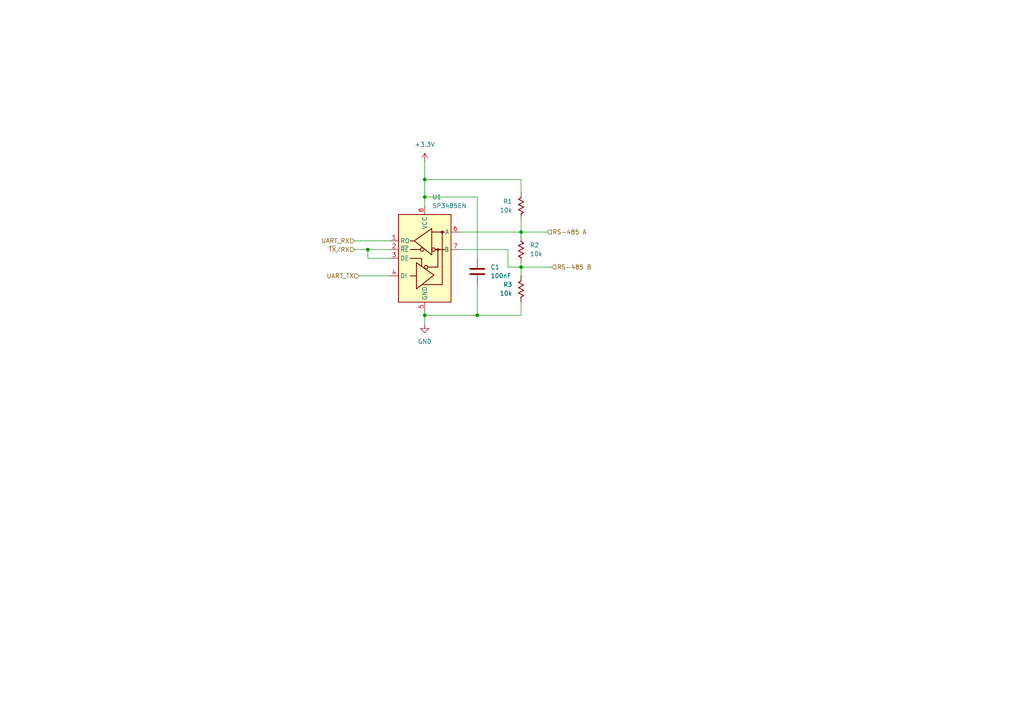
<source format=kicad_sch>
(kicad_sch
	(version 20250114)
	(generator "eeschema")
	(generator_version "9.0")
	(uuid "6ed69b33-84db-41be-ba8a-220e9c255c47")
	(paper "A4")
	(lib_symbols
		(symbol "Device:C"
			(pin_numbers
				(hide yes)
			)
			(pin_names
				(offset 0.254)
			)
			(exclude_from_sim no)
			(in_bom yes)
			(on_board yes)
			(property "Reference" "C"
				(at 0.635 2.54 0)
				(effects
					(font
						(size 1.27 1.27)
					)
					(justify left)
				)
			)
			(property "Value" "C"
				(at 0.635 -2.54 0)
				(effects
					(font
						(size 1.27 1.27)
					)
					(justify left)
				)
			)
			(property "Footprint" ""
				(at 0.9652 -3.81 0)
				(effects
					(font
						(size 1.27 1.27)
					)
					(hide yes)
				)
			)
			(property "Datasheet" "~"
				(at 0 0 0)
				(effects
					(font
						(size 1.27 1.27)
					)
					(hide yes)
				)
			)
			(property "Description" "Unpolarized capacitor"
				(at 0 0 0)
				(effects
					(font
						(size 1.27 1.27)
					)
					(hide yes)
				)
			)
			(property "ki_keywords" "cap capacitor"
				(at 0 0 0)
				(effects
					(font
						(size 1.27 1.27)
					)
					(hide yes)
				)
			)
			(property "ki_fp_filters" "C_*"
				(at 0 0 0)
				(effects
					(font
						(size 1.27 1.27)
					)
					(hide yes)
				)
			)
			(symbol "C_0_1"
				(polyline
					(pts
						(xy -2.032 0.762) (xy 2.032 0.762)
					)
					(stroke
						(width 0.508)
						(type default)
					)
					(fill
						(type none)
					)
				)
				(polyline
					(pts
						(xy -2.032 -0.762) (xy 2.032 -0.762)
					)
					(stroke
						(width 0.508)
						(type default)
					)
					(fill
						(type none)
					)
				)
			)
			(symbol "C_1_1"
				(pin passive line
					(at 0 3.81 270)
					(length 2.794)
					(name "~"
						(effects
							(font
								(size 1.27 1.27)
							)
						)
					)
					(number "1"
						(effects
							(font
								(size 1.27 1.27)
							)
						)
					)
				)
				(pin passive line
					(at 0 -3.81 90)
					(length 2.794)
					(name "~"
						(effects
							(font
								(size 1.27 1.27)
							)
						)
					)
					(number "2"
						(effects
							(font
								(size 1.27 1.27)
							)
						)
					)
				)
			)
			(embedded_fonts no)
		)
		(symbol "GP8211S-TC50:R_0603"
			(pin_numbers
				(hide yes)
			)
			(pin_names
				(offset 0)
			)
			(exclude_from_sim no)
			(in_bom yes)
			(on_board yes)
			(property "Reference" "R"
				(at 2.54 1.27 0)
				(effects
					(font
						(size 1.27 1.27)
					)
					(justify left)
				)
			)
			(property "Value" "R_0603"
				(at 2.54 -1.27 0)
				(effects
					(font
						(size 1.27 1.27)
					)
					(justify left)
				)
			)
			(property "Footprint" "PCM_Resistor_SMD_AKL:R_0603_1608Metric"
				(at 0 -11.43 0)
				(effects
					(font
						(size 1.27 1.27)
					)
					(hide yes)
				)
			)
			(property "Datasheet" "~"
				(at 0 0 0)
				(effects
					(font
						(size 1.27 1.27)
					)
					(hide yes)
				)
			)
			(property "Description" "SMD 0603 Chip Resistor, US Symbol, Alternate KiCad Library"
				(at 0 0 0)
				(effects
					(font
						(size 1.27 1.27)
					)
					(hide yes)
				)
			)
			(property "ki_keywords" "R res resistor us SMD 0603"
				(at 0 0 0)
				(effects
					(font
						(size 1.27 1.27)
					)
					(hide yes)
				)
			)
			(property "ki_fp_filters" "R_*"
				(at 0 0 0)
				(effects
					(font
						(size 1.27 1.27)
					)
					(hide yes)
				)
			)
			(symbol "R_0603_0_1"
				(polyline
					(pts
						(xy 0 2.286) (xy 0 2.54)
					)
					(stroke
						(width 0.254)
						(type default)
					)
					(fill
						(type none)
					)
				)
				(polyline
					(pts
						(xy 0 2.286) (xy 0.762 1.905) (xy -0.762 1.143) (xy 0 0.762) (xy 0.762 0.381) (xy 0 0) (xy -0.762 -0.381)
						(xy 0 -0.762) (xy 0.762 -1.143) (xy 0 -1.524) (xy -0.762 -1.905) (xy 0 -2.286)
					)
					(stroke
						(width 0.254)
						(type default)
					)
					(fill
						(type none)
					)
				)
				(polyline
					(pts
						(xy 0 -2.286) (xy 0 -2.54)
					)
					(stroke
						(width 0.254)
						(type default)
					)
					(fill
						(type none)
					)
				)
			)
			(symbol "R_0603_0_2"
				(polyline
					(pts
						(xy -2.54 -2.54) (xy -1.778 -1.778)
					)
					(stroke
						(width 0)
						(type default)
					)
					(fill
						(type none)
					)
				)
				(polyline
					(pts
						(xy -1.778 -1.778) (xy -1.524 -1.524)
					)
					(stroke
						(width 0.254)
						(type default)
					)
					(fill
						(type none)
					)
				)
				(polyline
					(pts
						(xy -1.524 -1.524) (xy -1.778 -0.762) (xy -1.016 -1.016)
					)
					(stroke
						(width 0.254)
						(type default)
					)
					(fill
						(type none)
					)
				)
				(polyline
					(pts
						(xy -0.508 -0.508) (xy -0.762 0.254) (xy 0 0)
					)
					(stroke
						(width 0.254)
						(type default)
					)
					(fill
						(type none)
					)
				)
				(polyline
					(pts
						(xy -0.508 -0.508) (xy -0.254 -1.27) (xy -1.016 -1.016)
					)
					(stroke
						(width 0.254)
						(type default)
					)
					(fill
						(type none)
					)
				)
				(polyline
					(pts
						(xy 0.508 0.508) (xy 0.254 1.27) (xy 1.016 1.016)
					)
					(stroke
						(width 0.254)
						(type default)
					)
					(fill
						(type none)
					)
				)
				(polyline
					(pts
						(xy 0.508 0.508) (xy 0.762 -0.254) (xy 0 0)
					)
					(stroke
						(width 0.254)
						(type default)
					)
					(fill
						(type none)
					)
				)
				(polyline
					(pts
						(xy 1.524 1.524) (xy 1.778 0.762) (xy 1.016 1.016)
					)
					(stroke
						(width 0.254)
						(type default)
					)
					(fill
						(type none)
					)
				)
				(polyline
					(pts
						(xy 1.778 1.778) (xy 1.524 1.524)
					)
					(stroke
						(width 0.254)
						(type default)
					)
					(fill
						(type none)
					)
				)
				(polyline
					(pts
						(xy 1.778 1.778) (xy 2.54 2.54)
					)
					(stroke
						(width 0)
						(type default)
					)
					(fill
						(type none)
					)
				)
			)
			(symbol "R_0603_1_1"
				(pin passive line
					(at 0 3.81 270)
					(length 1.27)
					(name "~"
						(effects
							(font
								(size 1.27 1.27)
							)
						)
					)
					(number "1"
						(effects
							(font
								(size 1.27 1.27)
							)
						)
					)
				)
				(pin passive line
					(at 0 -3.81 90)
					(length 1.27)
					(name "~"
						(effects
							(font
								(size 1.27 1.27)
							)
						)
					)
					(number "2"
						(effects
							(font
								(size 1.27 1.27)
							)
						)
					)
				)
			)
			(symbol "R_0603_1_2"
				(pin passive line
					(at -2.54 -2.54 0)
					(length 0)
					(name ""
						(effects
							(font
								(size 1.27 1.27)
							)
						)
					)
					(number "2"
						(effects
							(font
								(size 1.27 1.27)
							)
						)
					)
				)
				(pin passive line
					(at 2.54 2.54 180)
					(length 0)
					(name ""
						(effects
							(font
								(size 1.27 1.27)
							)
						)
					)
					(number "1"
						(effects
							(font
								(size 1.27 1.27)
							)
						)
					)
				)
			)
			(embedded_fonts no)
		)
		(symbol "Interface_UART:SP3485EN"
			(exclude_from_sim no)
			(in_bom yes)
			(on_board yes)
			(property "Reference" "U"
				(at -7.62 13.97 0)
				(effects
					(font
						(size 1.27 1.27)
					)
					(justify left)
				)
			)
			(property "Value" "SP3485EN"
				(at 1.905 13.97 0)
				(effects
					(font
						(size 1.27 1.27)
					)
					(justify left)
				)
			)
			(property "Footprint" "Package_SO:SOIC-8_3.9x4.9mm_P1.27mm"
				(at 26.67 -8.89 0)
				(effects
					(font
						(size 1.27 1.27)
						(italic yes)
					)
					(hide yes)
				)
			)
			(property "Datasheet" "http://www.icbase.com/pdf/SPX/SPX00480106.pdf"
				(at 0 0 0)
				(effects
					(font
						(size 1.27 1.27)
					)
					(hide yes)
				)
			)
			(property "Description" "Industrial 3.3V Low Power Half-Duplex RS-485 Transceiver 10Mbps, SOIC-8"
				(at 0 0 0)
				(effects
					(font
						(size 1.27 1.27)
					)
					(hide yes)
				)
			)
			(property "ki_keywords" "Low Power Half-Duplex RS-485 Transceiver 10Mbps"
				(at 0 0 0)
				(effects
					(font
						(size 1.27 1.27)
					)
					(hide yes)
				)
			)
			(property "ki_fp_filters" "SOIC*3.9x4.9mm*P1.27mm*"
				(at 0 0 0)
				(effects
					(font
						(size 1.27 1.27)
					)
					(hide yes)
				)
			)
			(symbol "SP3485EN_0_1"
				(rectangle
					(start -7.62 12.7)
					(end 7.62 -12.7)
					(stroke
						(width 0.254)
						(type default)
					)
					(fill
						(type background)
					)
				)
				(polyline
					(pts
						(xy -4.191 2.54) (xy -1.27 2.54)
					)
					(stroke
						(width 0.254)
						(type default)
					)
					(fill
						(type none)
					)
				)
				(polyline
					(pts
						(xy -4.191 0) (xy -0.889 0) (xy -0.889 -2.286)
					)
					(stroke
						(width 0.254)
						(type default)
					)
					(fill
						(type none)
					)
				)
				(polyline
					(pts
						(xy -3.175 5.08) (xy -4.191 5.08) (xy -4.064 5.08)
					)
					(stroke
						(width 0.254)
						(type default)
					)
					(fill
						(type none)
					)
				)
				(polyline
					(pts
						(xy -2.54 -5.08) (xy -4.191 -5.08)
					)
					(stroke
						(width 0.254)
						(type default)
					)
					(fill
						(type none)
					)
				)
				(polyline
					(pts
						(xy -2.413 -5.08) (xy -2.413 -1.27) (xy 2.667 -4.826) (xy -2.413 -8.89) (xy -2.413 -5.08)
					)
					(stroke
						(width 0.254)
						(type default)
					)
					(fill
						(type none)
					)
				)
				(polyline
					(pts
						(xy -0.635 -7.62) (xy 5.08 -7.62)
					)
					(stroke
						(width 0.254)
						(type default)
					)
					(fill
						(type none)
					)
				)
				(circle
					(center 0.381 -2.54)
					(radius 0.508)
					(stroke
						(width 0.254)
						(type default)
					)
					(fill
						(type none)
					)
				)
				(polyline
					(pts
						(xy 0.889 -2.54) (xy 3.81 -2.54)
					)
					(stroke
						(width 0.254)
						(type default)
					)
					(fill
						(type none)
					)
				)
				(polyline
					(pts
						(xy 2.032 7.62) (xy 5.715 7.62)
					)
					(stroke
						(width 0.254)
						(type default)
					)
					(fill
						(type none)
					)
				)
				(polyline
					(pts
						(xy 3.048 2.54) (xy 5.715 2.54)
					)
					(stroke
						(width 0.254)
						(type default)
					)
					(fill
						(type none)
					)
				)
				(circle
					(center 3.81 2.54)
					(radius 0.2794)
					(stroke
						(width 0.254)
						(type default)
					)
					(fill
						(type outline)
					)
				)
				(polyline
					(pts
						(xy 3.81 -2.54) (xy 3.81 2.54)
					)
					(stroke
						(width 0.254)
						(type default)
					)
					(fill
						(type none)
					)
				)
				(polyline
					(pts
						(xy 5.08 -7.62) (xy 5.08 7.62)
					)
					(stroke
						(width 0.254)
						(type default)
					)
					(fill
						(type none)
					)
				)
			)
			(symbol "SP3485EN_1_1"
				(circle
					(center -0.762 2.54)
					(radius 0.508)
					(stroke
						(width 0.254)
						(type default)
					)
					(fill
						(type none)
					)
				)
				(polyline
					(pts
						(xy 2.032 4.826) (xy 2.032 8.636) (xy -3.048 5.08) (xy 2.032 1.016) (xy 2.032 4.826)
					)
					(stroke
						(width 0.254)
						(type default)
					)
					(fill
						(type none)
					)
				)
				(circle
					(center 2.54 2.54)
					(radius 0.508)
					(stroke
						(width 0.254)
						(type default)
					)
					(fill
						(type none)
					)
				)
				(circle
					(center 5.08 7.62)
					(radius 0.2794)
					(stroke
						(width 0.254)
						(type default)
					)
					(fill
						(type outline)
					)
				)
				(pin output line
					(at -10.16 5.08 0)
					(length 2.54)
					(name "RO"
						(effects
							(font
								(size 1.27 1.27)
							)
						)
					)
					(number "1"
						(effects
							(font
								(size 1.27 1.27)
							)
						)
					)
				)
				(pin input line
					(at -10.16 2.54 0)
					(length 2.54)
					(name "~{RE}"
						(effects
							(font
								(size 1.27 1.27)
							)
						)
					)
					(number "2"
						(effects
							(font
								(size 1.27 1.27)
							)
						)
					)
				)
				(pin input line
					(at -10.16 0 0)
					(length 2.54)
					(name "DE"
						(effects
							(font
								(size 1.27 1.27)
							)
						)
					)
					(number "3"
						(effects
							(font
								(size 1.27 1.27)
							)
						)
					)
				)
				(pin input line
					(at -10.16 -5.08 0)
					(length 2.54)
					(name "DI"
						(effects
							(font
								(size 1.27 1.27)
							)
						)
					)
					(number "4"
						(effects
							(font
								(size 1.27 1.27)
							)
						)
					)
				)
				(pin power_in line
					(at 0 15.24 270)
					(length 2.54)
					(name "VCC"
						(effects
							(font
								(size 1.27 1.27)
							)
						)
					)
					(number "8"
						(effects
							(font
								(size 1.27 1.27)
							)
						)
					)
				)
				(pin power_in line
					(at 0 -15.24 90)
					(length 2.54)
					(name "GND"
						(effects
							(font
								(size 1.27 1.27)
							)
						)
					)
					(number "5"
						(effects
							(font
								(size 1.27 1.27)
							)
						)
					)
				)
				(pin bidirectional line
					(at 10.16 7.62 180)
					(length 2.54)
					(name "A"
						(effects
							(font
								(size 1.27 1.27)
							)
						)
					)
					(number "6"
						(effects
							(font
								(size 1.27 1.27)
							)
						)
					)
				)
				(pin bidirectional line
					(at 10.16 2.54 180)
					(length 2.54)
					(name "B"
						(effects
							(font
								(size 1.27 1.27)
							)
						)
					)
					(number "7"
						(effects
							(font
								(size 1.27 1.27)
							)
						)
					)
				)
			)
			(embedded_fonts no)
		)
		(symbol "power:+3.3V"
			(power)
			(pin_numbers
				(hide yes)
			)
			(pin_names
				(offset 0)
				(hide yes)
			)
			(exclude_from_sim no)
			(in_bom yes)
			(on_board yes)
			(property "Reference" "#PWR"
				(at 0 -3.81 0)
				(effects
					(font
						(size 1.27 1.27)
					)
					(hide yes)
				)
			)
			(property "Value" "+3.3V"
				(at 0 3.556 0)
				(effects
					(font
						(size 1.27 1.27)
					)
				)
			)
			(property "Footprint" ""
				(at 0 0 0)
				(effects
					(font
						(size 1.27 1.27)
					)
					(hide yes)
				)
			)
			(property "Datasheet" ""
				(at 0 0 0)
				(effects
					(font
						(size 1.27 1.27)
					)
					(hide yes)
				)
			)
			(property "Description" "Power symbol creates a global label with name \"+3.3V\""
				(at 0 0 0)
				(effects
					(font
						(size 1.27 1.27)
					)
					(hide yes)
				)
			)
			(property "ki_keywords" "global power"
				(at 0 0 0)
				(effects
					(font
						(size 1.27 1.27)
					)
					(hide yes)
				)
			)
			(symbol "+3.3V_0_1"
				(polyline
					(pts
						(xy -0.762 1.27) (xy 0 2.54)
					)
					(stroke
						(width 0)
						(type default)
					)
					(fill
						(type none)
					)
				)
				(polyline
					(pts
						(xy 0 2.54) (xy 0.762 1.27)
					)
					(stroke
						(width 0)
						(type default)
					)
					(fill
						(type none)
					)
				)
				(polyline
					(pts
						(xy 0 0) (xy 0 2.54)
					)
					(stroke
						(width 0)
						(type default)
					)
					(fill
						(type none)
					)
				)
			)
			(symbol "+3.3V_1_1"
				(pin power_in line
					(at 0 0 90)
					(length 0)
					(name "~"
						(effects
							(font
								(size 1.27 1.27)
							)
						)
					)
					(number "1"
						(effects
							(font
								(size 1.27 1.27)
							)
						)
					)
				)
			)
			(embedded_fonts no)
		)
		(symbol "power:GND"
			(power)
			(pin_numbers
				(hide yes)
			)
			(pin_names
				(offset 0)
				(hide yes)
			)
			(exclude_from_sim no)
			(in_bom yes)
			(on_board yes)
			(property "Reference" "#PWR"
				(at 0 -6.35 0)
				(effects
					(font
						(size 1.27 1.27)
					)
					(hide yes)
				)
			)
			(property "Value" "GND"
				(at 0 -3.81 0)
				(effects
					(font
						(size 1.27 1.27)
					)
				)
			)
			(property "Footprint" ""
				(at 0 0 0)
				(effects
					(font
						(size 1.27 1.27)
					)
					(hide yes)
				)
			)
			(property "Datasheet" ""
				(at 0 0 0)
				(effects
					(font
						(size 1.27 1.27)
					)
					(hide yes)
				)
			)
			(property "Description" "Power symbol creates a global label with name \"GND\" , ground"
				(at 0 0 0)
				(effects
					(font
						(size 1.27 1.27)
					)
					(hide yes)
				)
			)
			(property "ki_keywords" "global power"
				(at 0 0 0)
				(effects
					(font
						(size 1.27 1.27)
					)
					(hide yes)
				)
			)
			(symbol "GND_0_1"
				(polyline
					(pts
						(xy 0 0) (xy 0 -1.27) (xy 1.27 -1.27) (xy 0 -2.54) (xy -1.27 -1.27) (xy 0 -1.27)
					)
					(stroke
						(width 0)
						(type default)
					)
					(fill
						(type none)
					)
				)
			)
			(symbol "GND_1_1"
				(pin power_in line
					(at 0 0 270)
					(length 0)
					(name "~"
						(effects
							(font
								(size 1.27 1.27)
							)
						)
					)
					(number "1"
						(effects
							(font
								(size 1.27 1.27)
							)
						)
					)
				)
			)
			(embedded_fonts no)
		)
	)
	(junction
		(at 123.19 52.07)
		(diameter 0)
		(color 0 0 0 0)
		(uuid "028b63e3-78db-4988-bd3e-0c1ebb6444ba")
	)
	(junction
		(at 151.13 77.47)
		(diameter 0)
		(color 0 0 0 0)
		(uuid "0b4839f6-32ab-4229-88cf-4e1b85cd652c")
	)
	(junction
		(at 138.43 91.44)
		(diameter 0)
		(color 0 0 0 0)
		(uuid "2887469a-d28a-4dc8-8df5-9a3fca1ac1d5")
	)
	(junction
		(at 151.13 67.31)
		(diameter 0)
		(color 0 0 0 0)
		(uuid "29efd063-cb39-4eab-af23-46a43dde0c6a")
	)
	(junction
		(at 123.19 57.15)
		(diameter 0)
		(color 0 0 0 0)
		(uuid "6c88863c-b94d-4931-a6ed-3c6b13c23027")
	)
	(junction
		(at 106.68 72.39)
		(diameter 0)
		(color 0 0 0 0)
		(uuid "bceb1bf2-6a44-4303-9abf-02411d608027")
	)
	(junction
		(at 123.19 91.44)
		(diameter 0)
		(color 0 0 0 0)
		(uuid "bfaa9fe5-1a1a-4f0f-b2e6-a7705f1fba1c")
	)
	(wire
		(pts
			(xy 138.43 82.55) (xy 138.43 91.44)
		)
		(stroke
			(width 0)
			(type default)
		)
		(uuid "026eda3a-bf80-4fba-837a-a6bf67cc77c4")
	)
	(wire
		(pts
			(xy 123.19 90.17) (xy 123.19 91.44)
		)
		(stroke
			(width 0)
			(type default)
		)
		(uuid "0435fff1-a51c-4f02-8081-2739b8e0e1a0")
	)
	(wire
		(pts
			(xy 123.19 46.99) (xy 123.19 52.07)
		)
		(stroke
			(width 0)
			(type default)
		)
		(uuid "1d25ee8f-ef3d-499a-b291-452a938c1fac")
	)
	(wire
		(pts
			(xy 151.13 67.31) (xy 151.13 68.58)
		)
		(stroke
			(width 0)
			(type default)
		)
		(uuid "1ef7d80a-a387-45ed-8d87-dd5bae4c4855")
	)
	(wire
		(pts
			(xy 133.35 67.31) (xy 151.13 67.31)
		)
		(stroke
			(width 0)
			(type default)
		)
		(uuid "20031d8c-ceca-4639-b409-46cb57a72608")
	)
	(wire
		(pts
			(xy 147.32 72.39) (xy 147.32 77.47)
		)
		(stroke
			(width 0)
			(type default)
		)
		(uuid "20906583-968e-4a78-8f09-be0faaff13b6")
	)
	(wire
		(pts
			(xy 106.68 72.39) (xy 113.03 72.39)
		)
		(stroke
			(width 0)
			(type default)
		)
		(uuid "2581bca2-10c5-4d37-8e0d-7247bc1b838c")
	)
	(wire
		(pts
			(xy 133.35 72.39) (xy 147.32 72.39)
		)
		(stroke
			(width 0)
			(type default)
		)
		(uuid "29145322-83cf-475f-a603-d98fa08511e2")
	)
	(wire
		(pts
			(xy 138.43 91.44) (xy 123.19 91.44)
		)
		(stroke
			(width 0)
			(type default)
		)
		(uuid "408de9b8-b58a-4d6a-8c5b-0cbc33027a16")
	)
	(wire
		(pts
			(xy 113.03 74.93) (xy 106.68 74.93)
		)
		(stroke
			(width 0)
			(type default)
		)
		(uuid "409ad8c4-1560-43c4-9ddf-e2a76e8f4ea4")
	)
	(wire
		(pts
			(xy 104.14 80.01) (xy 113.03 80.01)
		)
		(stroke
			(width 0)
			(type default)
		)
		(uuid "4ed8efdb-683b-45c3-aff2-8ba2aadba6df")
	)
	(wire
		(pts
			(xy 123.19 52.07) (xy 123.19 57.15)
		)
		(stroke
			(width 0)
			(type default)
		)
		(uuid "5b36cf33-edd9-4080-a8f2-cedcace07ba0")
	)
	(wire
		(pts
			(xy 102.87 72.39) (xy 106.68 72.39)
		)
		(stroke
			(width 0)
			(type default)
		)
		(uuid "79e64dd3-f7e6-4ae8-a3fc-c7d17c8d8257")
	)
	(wire
		(pts
			(xy 151.13 91.44) (xy 138.43 91.44)
		)
		(stroke
			(width 0)
			(type default)
		)
		(uuid "8f3730ba-6536-4197-9fca-c7bd6f61d8d9")
	)
	(wire
		(pts
			(xy 151.13 52.07) (xy 123.19 52.07)
		)
		(stroke
			(width 0)
			(type default)
		)
		(uuid "929392e7-2c2a-4c1e-a8c4-afc28159ceb6")
	)
	(wire
		(pts
			(xy 102.87 69.85) (xy 113.03 69.85)
		)
		(stroke
			(width 0)
			(type default)
		)
		(uuid "93c439a9-6189-4774-936c-cffeee8732ee")
	)
	(wire
		(pts
			(xy 106.68 74.93) (xy 106.68 72.39)
		)
		(stroke
			(width 0)
			(type default)
		)
		(uuid "9e0e8872-9281-412b-b64e-0d24703b96b9")
	)
	(wire
		(pts
			(xy 151.13 87.63) (xy 151.13 91.44)
		)
		(stroke
			(width 0)
			(type default)
		)
		(uuid "b08c2331-5838-4de8-be24-83620d279d26")
	)
	(wire
		(pts
			(xy 138.43 74.93) (xy 138.43 57.15)
		)
		(stroke
			(width 0)
			(type default)
		)
		(uuid "b140da39-d17b-4eae-85ab-687b5a6b5e0b")
	)
	(wire
		(pts
			(xy 123.19 91.44) (xy 123.19 93.98)
		)
		(stroke
			(width 0)
			(type default)
		)
		(uuid "be018797-a5e9-48fa-9091-732c105e0025")
	)
	(wire
		(pts
			(xy 147.32 77.47) (xy 151.13 77.47)
		)
		(stroke
			(width 0)
			(type default)
		)
		(uuid "c117a516-161e-4209-aca5-10232845120e")
	)
	(wire
		(pts
			(xy 151.13 77.47) (xy 160.02 77.47)
		)
		(stroke
			(width 0)
			(type default)
		)
		(uuid "c1d61ec2-354e-455a-b517-2ce5bfcbbbb7")
	)
	(wire
		(pts
			(xy 151.13 76.2) (xy 151.13 77.47)
		)
		(stroke
			(width 0)
			(type default)
		)
		(uuid "c2ae1997-9906-430c-a983-64702cc56bd8")
	)
	(wire
		(pts
			(xy 151.13 63.5) (xy 151.13 67.31)
		)
		(stroke
			(width 0)
			(type default)
		)
		(uuid "c75aa8f8-c879-4f26-9629-2828d509eeca")
	)
	(wire
		(pts
			(xy 151.13 52.07) (xy 151.13 55.88)
		)
		(stroke
			(width 0)
			(type default)
		)
		(uuid "d91f74fb-4e2f-4647-8cbc-8e70f94369ab")
	)
	(wire
		(pts
			(xy 123.19 57.15) (xy 123.19 59.69)
		)
		(stroke
			(width 0)
			(type default)
		)
		(uuid "de73b6b0-06e5-4723-94e9-2917a1c93a9b")
	)
	(wire
		(pts
			(xy 151.13 77.47) (xy 151.13 80.01)
		)
		(stroke
			(width 0)
			(type default)
		)
		(uuid "e1fb0b62-1cde-47b4-a1c3-84c750bab272")
	)
	(wire
		(pts
			(xy 123.19 57.15) (xy 138.43 57.15)
		)
		(stroke
			(width 0)
			(type default)
		)
		(uuid "ea209a6e-7a7d-47c2-87e4-93384d3078c8")
	)
	(wire
		(pts
			(xy 151.13 67.31) (xy 158.75 67.31)
		)
		(stroke
			(width 0)
			(type default)
		)
		(uuid "fe61e088-a189-4f21-b168-e05a2a69e4ac")
	)
	(hierarchical_label "~{TX}{slash}RX"
		(shape input)
		(at 102.87 72.39 180)
		(effects
			(font
				(size 1.27 1.27)
			)
			(justify right)
		)
		(uuid "1d29602d-c77c-406e-9b2b-00d565a85fd4")
	)
	(hierarchical_label "RS-485 B"
		(shape input)
		(at 160.02 77.47 0)
		(effects
			(font
				(size 1.27 1.27)
			)
			(justify left)
		)
		(uuid "34123a16-3c06-4533-80c1-b54ab2077bed")
	)
	(hierarchical_label "UART_RX"
		(shape input)
		(at 102.87 69.85 180)
		(effects
			(font
				(size 1.27 1.27)
			)
			(justify right)
		)
		(uuid "7167c07b-ec88-4221-82e7-cae215f24dc4")
	)
	(hierarchical_label "RS-485 A"
		(shape input)
		(at 158.75 67.31 0)
		(effects
			(font
				(size 1.27 1.27)
			)
			(justify left)
		)
		(uuid "84813656-4665-404f-8b11-259660571f42")
	)
	(hierarchical_label "UART_TX"
		(shape input)
		(at 104.14 80.01 180)
		(effects
			(font
				(size 1.27 1.27)
			)
			(justify right)
		)
		(uuid "a6c3fd8e-dbba-4016-b04a-e3185861e484")
	)
	(symbol
		(lib_id "power:GND")
		(at 123.19 93.98 0)
		(unit 1)
		(exclude_from_sim no)
		(in_bom yes)
		(on_board yes)
		(dnp no)
		(fields_autoplaced yes)
		(uuid "009a3eff-2c70-4837-8cc0-bca30b91250b")
		(property "Reference" "#PWR06"
			(at 123.19 100.33 0)
			(effects
				(font
					(size 1.27 1.27)
				)
				(hide yes)
			)
		)
		(property "Value" "GND"
			(at 123.19 99.06 0)
			(effects
				(font
					(size 1.27 1.27)
				)
			)
		)
		(property "Footprint" ""
			(at 123.19 93.98 0)
			(effects
				(font
					(size 1.27 1.27)
				)
				(hide yes)
			)
		)
		(property "Datasheet" ""
			(at 123.19 93.98 0)
			(effects
				(font
					(size 1.27 1.27)
				)
				(hide yes)
			)
		)
		(property "Description" "Power symbol creates a global label with name \"GND\" , ground"
			(at 123.19 93.98 0)
			(effects
				(font
					(size 1.27 1.27)
				)
				(hide yes)
			)
		)
		(pin "1"
			(uuid "3d00b46d-c5ac-43ce-a141-8ef26041009e")
		)
		(instances
			(project "Diseños de circuitos"
				(path "/20dd9fa8-33e5-4e01-8b4a-8cb5828152c9/ef44eee8-cd41-4527-92e2-6c408c0d0d91/e98ee65e-ee05-4d3d-8906-03b9f7fcdaaf"
					(reference "#PWR06")
					(unit 1)
				)
			)
			(project "Diseños de circuitos"
				(path "/65c875c0-73bd-43df-b6cd-4a685398cace/3b453a73-5bb7-4645-a7e8-6e186968fa05/d7c138f5-2714-4755-97f8-6c3994f45581"
					(reference "#PWR057")
					(unit 1)
				)
			)
		)
	)
	(symbol
		(lib_id "GP8211S-TC50:R_0603")
		(at 151.13 83.82 0)
		(mirror x)
		(unit 1)
		(exclude_from_sim no)
		(in_bom yes)
		(on_board yes)
		(dnp no)
		(uuid "0413f684-3aef-45c5-a7cf-58c385d4d4c6")
		(property "Reference" "R3"
			(at 148.59 82.5499 0)
			(effects
				(font
					(size 1.27 1.27)
				)
				(justify right)
			)
		)
		(property "Value" "10k"
			(at 148.59 85.0899 0)
			(effects
				(font
					(size 1.27 1.27)
				)
				(justify right)
			)
		)
		(property "Footprint" "PCM_Resistor_SMD_AKL:R_0603_1608Metric"
			(at 151.13 72.39 0)
			(effects
				(font
					(size 1.27 1.27)
				)
				(hide yes)
			)
		)
		(property "Datasheet" "~"
			(at 151.13 83.82 0)
			(effects
				(font
					(size 1.27 1.27)
				)
				(hide yes)
			)
		)
		(property "Description" "SMD 0603 Chip Resistor, US Symbol, Alternate KiCad Library"
			(at 151.13 83.82 0)
			(effects
				(font
					(size 1.27 1.27)
				)
				(hide yes)
			)
		)
		(property "LCSC" ""
			(at 151.13 83.82 0)
			(effects
				(font
					(size 1.27 1.27)
				)
				(hide yes)
			)
		)
		(pin "1"
			(uuid "892afbe0-cccc-4031-84b0-a38f05046e2c")
		)
		(pin "2"
			(uuid "2be3fa9f-b584-4e8a-84ce-c4b0cd931f8f")
		)
		(instances
			(project "PLC4UNIPCB"
				(path "/20dd9fa8-33e5-4e01-8b4a-8cb5828152c9/ef44eee8-cd41-4527-92e2-6c408c0d0d91/e98ee65e-ee05-4d3d-8906-03b9f7fcdaaf"
					(reference "R3")
					(unit 1)
				)
			)
		)
	)
	(symbol
		(lib_id "power:+3.3V")
		(at 123.19 46.99 0)
		(unit 1)
		(exclude_from_sim no)
		(in_bom yes)
		(on_board yes)
		(dnp no)
		(fields_autoplaced yes)
		(uuid "25dc1b40-7831-4acf-bbb8-ca9af70e1ba6")
		(property "Reference" "#PWR05"
			(at 123.19 50.8 0)
			(effects
				(font
					(size 1.27 1.27)
				)
				(hide yes)
			)
		)
		(property "Value" "+3.3V"
			(at 123.19 41.91 0)
			(effects
				(font
					(size 1.27 1.27)
				)
			)
		)
		(property "Footprint" ""
			(at 123.19 46.99 0)
			(effects
				(font
					(size 1.27 1.27)
				)
				(hide yes)
			)
		)
		(property "Datasheet" ""
			(at 123.19 46.99 0)
			(effects
				(font
					(size 1.27 1.27)
				)
				(hide yes)
			)
		)
		(property "Description" "Power symbol creates a global label with name \"+3.3V\""
			(at 123.19 46.99 0)
			(effects
				(font
					(size 1.27 1.27)
				)
				(hide yes)
			)
		)
		(pin "1"
			(uuid "79bd2151-1b19-434d-814c-1ecb2f385f04")
		)
		(instances
			(project ""
				(path "/20dd9fa8-33e5-4e01-8b4a-8cb5828152c9/ef44eee8-cd41-4527-92e2-6c408c0d0d91/e98ee65e-ee05-4d3d-8906-03b9f7fcdaaf"
					(reference "#PWR05")
					(unit 1)
				)
			)
		)
	)
	(symbol
		(lib_id "GP8211S-TC50:R_0603")
		(at 151.13 72.39 180)
		(unit 1)
		(exclude_from_sim no)
		(in_bom yes)
		(on_board yes)
		(dnp no)
		(uuid "2faa9773-2269-4efa-84b9-602afde38561")
		(property "Reference" "R2"
			(at 153.67 71.1199 0)
			(effects
				(font
					(size 1.27 1.27)
				)
				(justify right)
			)
		)
		(property "Value" "10k"
			(at 153.67 73.6599 0)
			(effects
				(font
					(size 1.27 1.27)
				)
				(justify right)
			)
		)
		(property "Footprint" "PCM_Resistor_SMD_AKL:R_0603_1608Metric"
			(at 151.13 60.96 0)
			(effects
				(font
					(size 1.27 1.27)
				)
				(hide yes)
			)
		)
		(property "Datasheet" "~"
			(at 151.13 72.39 0)
			(effects
				(font
					(size 1.27 1.27)
				)
				(hide yes)
			)
		)
		(property "Description" "SMD 0603 Chip Resistor, US Symbol, Alternate KiCad Library"
			(at 151.13 72.39 0)
			(effects
				(font
					(size 1.27 1.27)
				)
				(hide yes)
			)
		)
		(property "LCSC" ""
			(at 151.13 72.39 0)
			(effects
				(font
					(size 1.27 1.27)
				)
				(hide yes)
			)
		)
		(pin "1"
			(uuid "69512e45-1747-4e10-86b2-a4fd349bcd52")
		)
		(pin "2"
			(uuid "30405bae-7bdb-43bc-ab56-b2c815514e8c")
		)
		(instances
			(project "PLC4UNIPCB"
				(path "/20dd9fa8-33e5-4e01-8b4a-8cb5828152c9/ef44eee8-cd41-4527-92e2-6c408c0d0d91/e98ee65e-ee05-4d3d-8906-03b9f7fcdaaf"
					(reference "R2")
					(unit 1)
				)
			)
		)
	)
	(symbol
		(lib_id "GP8211S-TC50:R_0603")
		(at 151.13 59.69 0)
		(mirror x)
		(unit 1)
		(exclude_from_sim no)
		(in_bom yes)
		(on_board yes)
		(dnp no)
		(uuid "664c599f-1924-4e56-81a8-ba8309e7dc70")
		(property "Reference" "R1"
			(at 148.59 58.4199 0)
			(effects
				(font
					(size 1.27 1.27)
				)
				(justify right)
			)
		)
		(property "Value" "10k"
			(at 148.59 60.9599 0)
			(effects
				(font
					(size 1.27 1.27)
				)
				(justify right)
			)
		)
		(property "Footprint" "PCM_Resistor_SMD_AKL:R_0603_1608Metric"
			(at 151.13 48.26 0)
			(effects
				(font
					(size 1.27 1.27)
				)
				(hide yes)
			)
		)
		(property "Datasheet" "~"
			(at 151.13 59.69 0)
			(effects
				(font
					(size 1.27 1.27)
				)
				(hide yes)
			)
		)
		(property "Description" "SMD 0603 Chip Resistor, US Symbol, Alternate KiCad Library"
			(at 151.13 59.69 0)
			(effects
				(font
					(size 1.27 1.27)
				)
				(hide yes)
			)
		)
		(property "LCSC" ""
			(at 151.13 59.69 0)
			(effects
				(font
					(size 1.27 1.27)
				)
				(hide yes)
			)
		)
		(pin "1"
			(uuid "c26de540-b515-4d68-9aca-2e00e4657031")
		)
		(pin "2"
			(uuid "e76d504e-00af-4883-8e20-031edfc31100")
		)
		(instances
			(project "PLC4UNIPCB"
				(path "/20dd9fa8-33e5-4e01-8b4a-8cb5828152c9/ef44eee8-cd41-4527-92e2-6c408c0d0d91/e98ee65e-ee05-4d3d-8906-03b9f7fcdaaf"
					(reference "R1")
					(unit 1)
				)
			)
		)
	)
	(symbol
		(lib_id "Device:C")
		(at 138.43 78.74 0)
		(unit 1)
		(exclude_from_sim no)
		(in_bom yes)
		(on_board yes)
		(dnp no)
		(fields_autoplaced yes)
		(uuid "9f8404cc-9344-4683-8493-36a9e94ca773")
		(property "Reference" "C1"
			(at 142.24 77.4699 0)
			(effects
				(font
					(size 1.27 1.27)
				)
				(justify left)
			)
		)
		(property "Value" "100nF"
			(at 142.24 80.0099 0)
			(effects
				(font
					(size 1.27 1.27)
				)
				(justify left)
			)
		)
		(property "Footprint" "Capacitor_SMD:C_0201_0603Metric"
			(at 139.3952 82.55 0)
			(effects
				(font
					(size 1.27 1.27)
				)
				(hide yes)
			)
		)
		(property "Datasheet" "~"
			(at 138.43 78.74 0)
			(effects
				(font
					(size 1.27 1.27)
				)
				(hide yes)
			)
		)
		(property "Description" "Unpolarized capacitor"
			(at 138.43 78.74 0)
			(effects
				(font
					(size 1.27 1.27)
				)
				(hide yes)
			)
		)
		(pin "2"
			(uuid "605cdd21-bf66-4163-9b6d-338ee2f1c746")
		)
		(pin "1"
			(uuid "bde65d4b-55d4-47c6-9b46-eeaac52c2425")
		)
		(instances
			(project "Diseños de circuitos"
				(path "/20dd9fa8-33e5-4e01-8b4a-8cb5828152c9/ef44eee8-cd41-4527-92e2-6c408c0d0d91/e98ee65e-ee05-4d3d-8906-03b9f7fcdaaf"
					(reference "C1")
					(unit 1)
				)
			)
			(project "Diseños de circuitos"
				(path "/65c875c0-73bd-43df-b6cd-4a685398cace/3b453a73-5bb7-4645-a7e8-6e186968fa05/d7c138f5-2714-4755-97f8-6c3994f45581"
					(reference "C8")
					(unit 1)
				)
			)
		)
	)
	(symbol
		(lib_id "Interface_UART:SP3485EN")
		(at 123.19 74.93 0)
		(unit 1)
		(exclude_from_sim no)
		(in_bom yes)
		(on_board yes)
		(dnp no)
		(fields_autoplaced yes)
		(uuid "f158250e-3051-4b3c-92df-9d4bc9b2dde4")
		(property "Reference" "U1"
			(at 125.3333 57.15 0)
			(effects
				(font
					(size 1.27 1.27)
				)
				(justify left)
			)
		)
		(property "Value" "SP3485EN"
			(at 125.3333 59.69 0)
			(effects
				(font
					(size 1.27 1.27)
				)
				(justify left)
			)
		)
		(property "Footprint" "Package_SO:SOIC-8_3.9x4.9mm_P1.27mm"
			(at 149.86 83.82 0)
			(effects
				(font
					(size 1.27 1.27)
					(italic yes)
				)
				(hide yes)
			)
		)
		(property "Datasheet" "http://www.icbase.com/pdf/SPX/SPX00480106.pdf"
			(at 123.19 74.93 0)
			(effects
				(font
					(size 1.27 1.27)
				)
				(hide yes)
			)
		)
		(property "Description" "Industrial 3.3V Low Power Half-Duplex RS-485 Transceiver 10Mbps, SOIC-8"
			(at 123.19 74.93 0)
			(effects
				(font
					(size 1.27 1.27)
				)
				(hide yes)
			)
		)
		(pin "3"
			(uuid "6035a21a-4b9f-49f9-a62e-85ea1d4d5f03")
		)
		(pin "4"
			(uuid "8ec03d0b-cb40-4630-bcc1-21d05cd7b978")
		)
		(pin "7"
			(uuid "4b4c363c-09f7-40a2-a43d-77a7f0f6f46c")
		)
		(pin "2"
			(uuid "95d3d2ee-e0e1-4b06-94c8-14f08e5d1c25")
		)
		(pin "5"
			(uuid "3954ce94-af6f-4f08-a97e-0ddda95ca59b")
		)
		(pin "8"
			(uuid "9b28b274-9c62-4ec3-989e-ac7cafc02ed1")
		)
		(pin "6"
			(uuid "1bdbc402-723e-43f4-a241-3454a8cab4c4")
		)
		(pin "1"
			(uuid "e1864084-4085-4788-8f6e-676140cb1072")
		)
		(instances
			(project "Diseños de circuitos"
				(path "/20dd9fa8-33e5-4e01-8b4a-8cb5828152c9/ef44eee8-cd41-4527-92e2-6c408c0d0d91/e98ee65e-ee05-4d3d-8906-03b9f7fcdaaf"
					(reference "U1")
					(unit 1)
				)
			)
			(project "Diseños de circuitos"
				(path "/65c875c0-73bd-43df-b6cd-4a685398cace/3b453a73-5bb7-4645-a7e8-6e186968fa05/d7c138f5-2714-4755-97f8-6c3994f45581"
					(reference "U5")
					(unit 1)
				)
			)
		)
	)
)

</source>
